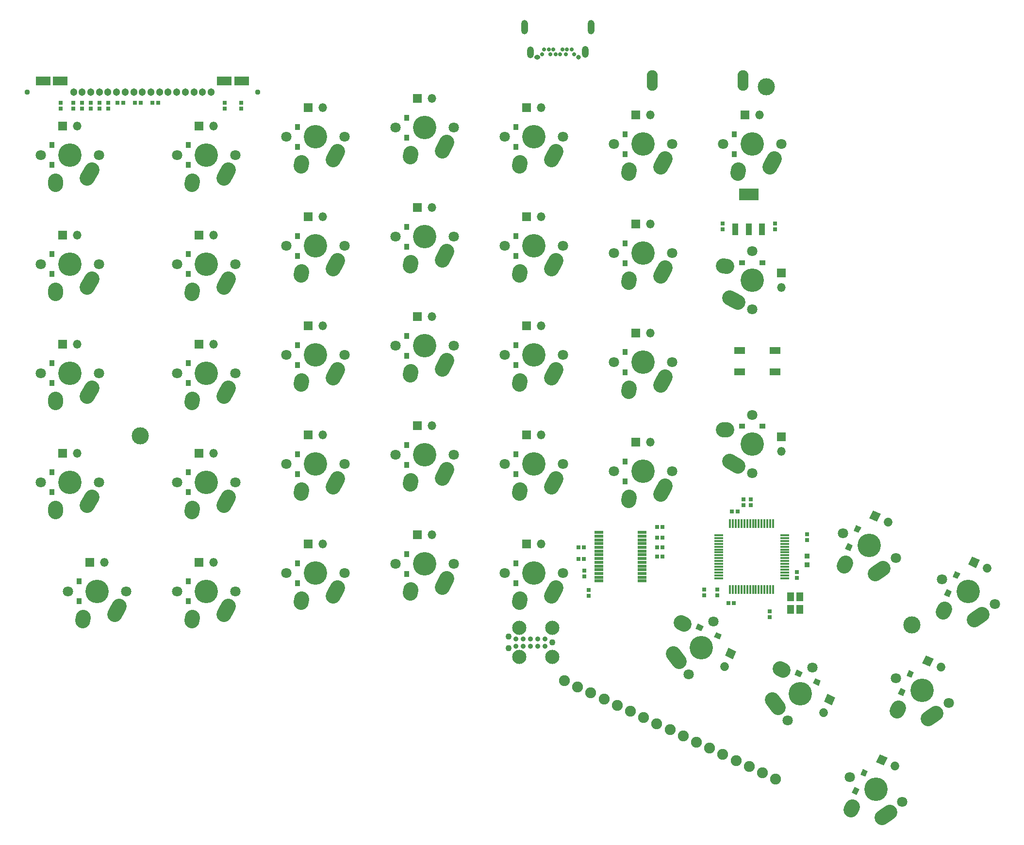
<source format=gbs>
G04 #@! TF.FileFunction,Soldermask,Bot*
%FSLAX46Y46*%
G04 Gerber Fmt 4.6, Leading zero omitted, Abs format (unit mm)*
G04 Created by KiCad (PCBNEW (2016-03-18 BZR 6629, Git 60d93d0)-product) date 7/17/2016 1:38:49 PM*
%MOMM*%
G01*
G04 APERTURE LIST*
%ADD10C,0.150000*%
%ADD11R,0.401600X1.601600*%
%ADD12R,1.601600X0.401600*%
%ADD13R,0.751600X0.701600*%
%ADD14R,0.701600X0.751600*%
%ADD15R,0.899160X0.899160*%
%ADD16R,1.301600X1.501600*%
%ADD17C,0.889000*%
%ADD18C,1.092210*%
%ADD19C,2.476510*%
%ADD20C,1.901600*%
%ADD21R,1.051600X2.001600*%
%ADD22R,3.351600X2.001600*%
%ADD23R,1.901600X1.201600*%
%ADD24R,1.531600X0.501600*%
%ADD25O,1.901600X3.601600*%
%ADD26C,3.000000*%
%ADD27R,2.501600X1.601600*%
%ADD28C,1.301600*%
%ADD29C,0.951610*%
%ADD30O,1.501600X1.501600*%
%ADD31R,1.501600X1.501600*%
%ADD32C,1.501600*%
%ADD33R,0.952500X1.102360*%
%ADD34R,1.102360X0.952500*%
%ADD35C,4.089410*%
%ADD36C,1.803410*%
%ADD37C,2.601600*%
%ADD38C,0.801600*%
%ADD39C,0.701600*%
%ADD40O,1.201600X2.051600*%
%ADD41O,1.201600X2.501600*%
%ADD42O,1.051600X0.801600*%
G04 APERTURE END LIST*
D10*
D11*
X141030000Y-114011000D03*
X141530000Y-114011000D03*
X142030000Y-114011000D03*
X142530000Y-114011000D03*
X143030000Y-114011000D03*
X143530000Y-114011000D03*
X144030000Y-114011000D03*
X144530000Y-114011000D03*
X145030000Y-114011000D03*
X145530000Y-114011000D03*
X146030000Y-114011000D03*
X146530000Y-114011000D03*
X147030000Y-114011000D03*
X147530000Y-114011000D03*
X148030000Y-114011000D03*
X148530000Y-114011000D03*
D12*
X150530000Y-116011000D03*
X150530000Y-116511000D03*
X150530000Y-117011000D03*
X150530000Y-117511000D03*
X150530000Y-118011000D03*
X150530000Y-118511000D03*
X150530000Y-119011000D03*
X150530000Y-119511000D03*
X150530000Y-120011000D03*
X150530000Y-120511000D03*
X150530000Y-121011000D03*
X150530000Y-121511000D03*
X150530000Y-122011000D03*
X150530000Y-122511000D03*
X150530000Y-123011000D03*
X150530000Y-123511000D03*
D11*
X148530000Y-125511000D03*
X148030000Y-125511000D03*
X147530000Y-125511000D03*
X147030000Y-125511000D03*
X146530000Y-125511000D03*
X146030000Y-125511000D03*
X145530000Y-125511000D03*
X145030000Y-125511000D03*
X144530000Y-125511000D03*
X144030000Y-125511000D03*
X143530000Y-125511000D03*
X143030000Y-125511000D03*
X142530000Y-125511000D03*
X142030000Y-125511000D03*
X141530000Y-125511000D03*
X141030000Y-125511000D03*
D12*
X139030000Y-123511000D03*
X139030000Y-123011000D03*
X139030000Y-122511000D03*
X139030000Y-122011000D03*
X139030000Y-121511000D03*
X139030000Y-121011000D03*
X139030000Y-120511000D03*
X139030000Y-120011000D03*
X139030000Y-119511000D03*
X139030000Y-119011000D03*
X139030000Y-118511000D03*
X139030000Y-118011000D03*
X139030000Y-117511000D03*
X139030000Y-117011000D03*
X139030000Y-116511000D03*
X139030000Y-116011000D03*
D13*
X26416000Y-41521000D03*
X26416000Y-40521000D03*
X27940000Y-41521000D03*
X27940000Y-40521000D03*
X55753000Y-40521000D03*
X55753000Y-41521000D03*
D14*
X129278000Y-116459000D03*
X128278000Y-116459000D03*
D13*
X138811000Y-125484000D03*
X138811000Y-126484000D03*
X52832000Y-40521000D03*
X52832000Y-41521000D03*
X154432000Y-116832000D03*
X154432000Y-115832000D03*
X136525000Y-125484000D03*
X136525000Y-126484000D03*
D14*
X114562000Y-120142000D03*
X115562000Y-120142000D03*
X114562000Y-118110000D03*
X115562000Y-118110000D03*
X40267000Y-40513000D03*
X41267000Y-40513000D03*
D13*
X115570000Y-123182000D03*
X115570000Y-122182000D03*
X29464000Y-41521000D03*
X29464000Y-40521000D03*
X116332000Y-125611000D03*
X116332000Y-126611000D03*
X30988000Y-41521000D03*
X30988000Y-40521000D03*
X32512000Y-41521000D03*
X32512000Y-40521000D03*
D14*
X35171000Y-40513000D03*
X34171000Y-40513000D03*
X38219000Y-40513000D03*
X37219000Y-40513000D03*
D13*
X147955000Y-129294000D03*
X147955000Y-130294000D03*
D14*
X129278000Y-118110000D03*
X128278000Y-118110000D03*
D13*
X152654000Y-122436000D03*
X152654000Y-123436000D03*
D14*
X140724000Y-127889000D03*
X141724000Y-127889000D03*
D13*
X148844000Y-62603000D03*
X148844000Y-61603000D03*
X144653000Y-109736000D03*
X144653000Y-110736000D03*
D14*
X129278000Y-114554000D03*
X128278000Y-114554000D03*
D13*
X139700000Y-62603000D03*
X139700000Y-61603000D03*
D14*
X141359000Y-111887000D03*
X142359000Y-111887000D03*
D13*
X143383000Y-109736000D03*
X143383000Y-110736000D03*
D15*
X154432000Y-121145300D03*
X154432000Y-119646700D03*
D16*
X151600000Y-128989000D03*
X153200000Y-128989000D03*
X153200000Y-126789000D03*
X151600000Y-126789000D03*
D17*
X106172000Y-134112000D03*
X106172000Y-135382000D03*
X104902000Y-134112000D03*
X104902000Y-135382000D03*
X103632000Y-135382000D03*
X103632000Y-134112000D03*
X107442000Y-134112000D03*
X107442000Y-135382000D03*
X108712000Y-134112000D03*
X108712000Y-135382000D03*
D18*
X109982000Y-134747000D03*
X102362000Y-133731000D03*
X102362000Y-135763000D03*
D19*
X109982000Y-132207000D03*
X104267000Y-132207000D03*
X109982000Y-137287000D03*
X104267000Y-137287000D03*
D20*
X148972174Y-158574603D03*
X146670152Y-157501153D03*
X144368131Y-156427702D03*
X142066109Y-155354252D03*
X139764087Y-154280802D03*
X137462065Y-153207351D03*
X135160044Y-152133901D03*
X132858022Y-151060450D03*
X130556000Y-149987000D03*
X128253978Y-148913550D03*
X125951956Y-147840099D03*
X123649935Y-146766649D03*
X121347913Y-145693198D03*
X119045891Y-144619748D03*
X116743869Y-143546298D03*
X114441848Y-142472847D03*
X112139826Y-141399397D03*
D21*
X144272000Y-62613000D03*
X141972000Y-62613000D03*
X146572000Y-62613000D03*
D22*
X144272000Y-56513000D03*
D14*
X128278000Y-119761000D03*
X129278000Y-119761000D03*
D13*
X24257000Y-40521000D03*
X24257000Y-41521000D03*
D23*
X142696000Y-87448000D03*
X142696000Y-83748000D03*
X148896000Y-87448000D03*
X148896000Y-83748000D03*
D24*
X125715000Y-115536000D03*
X125715000Y-116186000D03*
X125715000Y-116836000D03*
X125715000Y-117486000D03*
X125715000Y-118136000D03*
X125715000Y-118786000D03*
X125715000Y-119436000D03*
X125715000Y-120086000D03*
X125715000Y-120736000D03*
X125715000Y-121386000D03*
X125715000Y-122036000D03*
X125715000Y-122686000D03*
X125715000Y-123336000D03*
X125715000Y-123986000D03*
X118125000Y-123986000D03*
X118125000Y-123336000D03*
X118125000Y-122686000D03*
X118125000Y-122036000D03*
X118125000Y-121386000D03*
X118125000Y-120736000D03*
X118125000Y-120086000D03*
X118125000Y-119436000D03*
X118125000Y-118786000D03*
X118125000Y-118136000D03*
X118125000Y-117486000D03*
X118125000Y-116836000D03*
X118125000Y-116186000D03*
X118125000Y-115536000D03*
D25*
X127482000Y-36559000D03*
X143282000Y-36559000D03*
D26*
X147320000Y-37719000D03*
X38100000Y-98679000D03*
X172720000Y-131699000D03*
D27*
X21197000Y-36665000D03*
X24197000Y-36665000D03*
D28*
X26497000Y-38615000D03*
X27997000Y-38615000D03*
X29497000Y-38615000D03*
X30997000Y-38615000D03*
X32497000Y-38615000D03*
X33997000Y-38615000D03*
X35497000Y-38615000D03*
X36997000Y-38615000D03*
X38497000Y-38615000D03*
X39997000Y-38615000D03*
X41497000Y-38615000D03*
X42997000Y-38615000D03*
X44497000Y-38615000D03*
X45997000Y-38615000D03*
X47497000Y-38615000D03*
X48997000Y-38615000D03*
X50497000Y-38615000D03*
D27*
X52797000Y-36665000D03*
X55797000Y-36665000D03*
D29*
X58597000Y-38615000D03*
X18397000Y-38615000D03*
D30*
X50927500Y-63573700D03*
D31*
X48387500Y-63573700D03*
D32*
X169794011Y-156334725D02*
X169794011Y-156334725D01*
D10*
G36*
X166494231Y-155624429D02*
X167128835Y-154263517D01*
X168489747Y-154898121D01*
X167855143Y-156259033D01*
X166494231Y-155624429D01*
X166494231Y-155624429D01*
G37*
D30*
X50927500Y-101674000D03*
D31*
X48387500Y-101674000D03*
D30*
X69977000Y-60398700D03*
D31*
X67437000Y-60398700D03*
D30*
X69977000Y-98499000D03*
D31*
X67437000Y-98499000D03*
D30*
X89027000Y-58801000D03*
D31*
X86487000Y-58801000D03*
D30*
X89027000Y-96901000D03*
D31*
X86487000Y-96901000D03*
D30*
X108077000Y-60398700D03*
D31*
X105537000Y-60398700D03*
D30*
X27115000Y-101674000D03*
D31*
X24575000Y-101674000D03*
D30*
X27115000Y-63573700D03*
D31*
X24575000Y-63573700D03*
D32*
X177846011Y-139067725D02*
X177846011Y-139067725D01*
D10*
G36*
X174546231Y-138357429D02*
X175180835Y-136996517D01*
X176541747Y-137631121D01*
X175907143Y-138992033D01*
X174546231Y-138357429D01*
X174546231Y-138357429D01*
G37*
D30*
X127138000Y-80708100D03*
D31*
X124598000Y-80708100D03*
D30*
X108077000Y-98499000D03*
D31*
X105537000Y-98499000D03*
D30*
X108077000Y-79449000D03*
D31*
X105537000Y-79449000D03*
D32*
X157324275Y-147015011D02*
X157324275Y-147015011D01*
D10*
G36*
X158034571Y-143715231D02*
X159395483Y-144349835D01*
X158760879Y-145710747D01*
X157399967Y-145076143D01*
X158034571Y-143715231D01*
X158034571Y-143715231D01*
G37*
D30*
X69977000Y-41348700D03*
D31*
X67437000Y-41348700D03*
D30*
X89027000Y-77851000D03*
D31*
X86487000Y-77851000D03*
D32*
X140060275Y-138964011D02*
X140060275Y-138964011D01*
D10*
G36*
X140770571Y-135664231D02*
X142131483Y-136298835D01*
X141496879Y-137659747D01*
X140135967Y-137025143D01*
X140770571Y-135664231D01*
X140770571Y-135664231D01*
G37*
D30*
X127127000Y-42621200D03*
D31*
X124587000Y-42621200D03*
D30*
X69977000Y-79449000D03*
D31*
X67437000Y-79449000D03*
D30*
X108077000Y-117549000D03*
D31*
X105537000Y-117549000D03*
D30*
X108077000Y-41348700D03*
D31*
X105537000Y-41348700D03*
D30*
X50927500Y-82624000D03*
D31*
X48387500Y-82624000D03*
D30*
X89027000Y-115951000D03*
D31*
X86487000Y-115951000D03*
D30*
X89027000Y-39751000D03*
D31*
X86487000Y-39751000D03*
D30*
X27115000Y-82624000D03*
D31*
X24575000Y-82624000D03*
D30*
X69977000Y-117549000D03*
D31*
X67437000Y-117549000D03*
D30*
X146177000Y-42621200D03*
D31*
X143637000Y-42621200D03*
D32*
X185898011Y-121801725D02*
X185898011Y-121801725D01*
D10*
G36*
X182598231Y-121091429D02*
X183232835Y-119730517D01*
X184593747Y-120365121D01*
X183959143Y-121726033D01*
X182598231Y-121091429D01*
X182598231Y-121091429D01*
G37*
D30*
X50927000Y-120724000D03*
D31*
X48387000Y-120724000D03*
D30*
X50927500Y-44526200D03*
D31*
X48387500Y-44526200D03*
D32*
X168634011Y-113751725D02*
X168634011Y-113751725D01*
D10*
G36*
X165334231Y-113041429D02*
X165968835Y-111680517D01*
X167329747Y-112315121D01*
X166695143Y-113676033D01*
X165334231Y-113041429D01*
X165334231Y-113041429D01*
G37*
D30*
X31877000Y-120724000D03*
D31*
X29337000Y-120724000D03*
D30*
X27115000Y-44526200D03*
D31*
X24575000Y-44526200D03*
D30*
X149987000Y-101356000D03*
D31*
X149987000Y-98816000D03*
D30*
X149987000Y-72781200D03*
D31*
X149987000Y-70241200D03*
D30*
X127127000Y-99769000D03*
D31*
X124587000Y-99769000D03*
D30*
X127127000Y-61668700D03*
D31*
X124587000Y-61668700D03*
D10*
G36*
X180320991Y-122266794D02*
X181184249Y-122669338D01*
X180718371Y-123668416D01*
X179855113Y-123265872D01*
X180320991Y-122266794D01*
X180320991Y-122266794D01*
G37*
G36*
X178841776Y-125438980D02*
X179705034Y-125841524D01*
X179239156Y-126840602D01*
X178375898Y-126438058D01*
X178841776Y-125438980D01*
X178841776Y-125438980D01*
G37*
D33*
X22733500Y-85951400D03*
X22733500Y-89451520D03*
X46545500Y-85951400D03*
X46545500Y-89451520D03*
X65595500Y-82776400D03*
X65595500Y-86276520D03*
X84645500Y-81178400D03*
X84645500Y-84678520D03*
X103696000Y-82776400D03*
X103696000Y-86276520D03*
X122756000Y-84035500D03*
X122756000Y-87535620D03*
X22733500Y-66901100D03*
X22733500Y-70401220D03*
X46545500Y-66901100D03*
X46545500Y-70401220D03*
X65595500Y-63726100D03*
X65595500Y-67226220D03*
X103696000Y-63726100D03*
X103696000Y-67226220D03*
X122746000Y-64996100D03*
X122746000Y-68496220D03*
D34*
X146659600Y-68399700D03*
X143159480Y-68399700D03*
D33*
X22733500Y-47853600D03*
X22733500Y-51353720D03*
X46545500Y-47853600D03*
X46545500Y-51353720D03*
D10*
G36*
X163055991Y-114215794D02*
X163919249Y-114618338D01*
X163453371Y-115617416D01*
X162590113Y-115214872D01*
X163055991Y-114215794D01*
X163055991Y-114215794D01*
G37*
G36*
X161576776Y-117387980D02*
X162440034Y-117790524D01*
X161974156Y-118789602D01*
X161110898Y-118387058D01*
X161576776Y-117387980D01*
X161576776Y-117387980D01*
G37*
D33*
X122746000Y-45948600D03*
X122746000Y-49448720D03*
X103696000Y-44676100D03*
X103696000Y-48176220D03*
X84645500Y-43078400D03*
X84645500Y-46578520D03*
X65595500Y-44676100D03*
X65595500Y-48176220D03*
X84645500Y-62128400D03*
X84645500Y-65628520D03*
X27495500Y-124051400D03*
X27495500Y-127551520D03*
X46545500Y-124051400D03*
X46545500Y-127551520D03*
X65595500Y-120876400D03*
X65595500Y-124376520D03*
X84645500Y-119278400D03*
X84645500Y-122778520D03*
X103696000Y-120876400D03*
X103696000Y-124376520D03*
X141796000Y-45948600D03*
X141796000Y-49448720D03*
D10*
G36*
X156863206Y-141440991D02*
X156460662Y-142304249D01*
X155461584Y-141838371D01*
X155864128Y-140975113D01*
X156863206Y-141440991D01*
X156863206Y-141440991D01*
G37*
G36*
X153691020Y-139961776D02*
X153288476Y-140825034D01*
X152289398Y-140359156D01*
X152691942Y-139495898D01*
X153691020Y-139961776D01*
X153691020Y-139961776D01*
G37*
G36*
X164219991Y-156795794D02*
X165083249Y-157198338D01*
X164617371Y-158197416D01*
X163754113Y-157794872D01*
X164219991Y-156795794D01*
X164219991Y-156795794D01*
G37*
G36*
X162740776Y-159967980D02*
X163604034Y-160370524D01*
X163138156Y-161369602D01*
X162274898Y-160967058D01*
X162740776Y-159967980D01*
X162740776Y-159967980D01*
G37*
G36*
X172270991Y-139528794D02*
X173134249Y-139931338D01*
X172668371Y-140930416D01*
X171805113Y-140527872D01*
X172270991Y-139528794D01*
X172270991Y-139528794D01*
G37*
G36*
X170791776Y-142700980D02*
X171655034Y-143103524D01*
X171189156Y-144102602D01*
X170325898Y-143700058D01*
X170791776Y-142700980D01*
X170791776Y-142700980D01*
G37*
D33*
X22733500Y-105001400D03*
X22733500Y-108501520D03*
X46545500Y-105001400D03*
X46545500Y-108501520D03*
X65595500Y-101826400D03*
X65595500Y-105326520D03*
X84645500Y-100228400D03*
X84645500Y-103728520D03*
X103696000Y-101826400D03*
X103696000Y-105326520D03*
X122746000Y-103096400D03*
X122746000Y-106596520D03*
D34*
X146659600Y-96974500D03*
X143159480Y-96974500D03*
D10*
G36*
X139599206Y-133388991D02*
X139196662Y-134252249D01*
X138197584Y-133786371D01*
X138600128Y-132923113D01*
X139599206Y-133388991D01*
X139599206Y-133388991D01*
G37*
G36*
X136427020Y-131909776D02*
X136024476Y-132773034D01*
X135025398Y-132307156D01*
X135427942Y-131443898D01*
X136427020Y-131909776D01*
X136427020Y-131909776D01*
G37*
D35*
X165334000Y-117820000D03*
D36*
X169938044Y-119966901D03*
X160729956Y-115673099D03*
D37*
X166362059Y-122712853D02*
X167713973Y-121732431D01*
X160885611Y-121350101D02*
X161165915Y-120842331D01*
D35*
X125857000Y-47701200D03*
D36*
X130937000Y-47701200D03*
X120777000Y-47701200D03*
D37*
X128856547Y-51701154D02*
X129667453Y-50241246D01*
X123317276Y-52780528D02*
X123356724Y-52201872D01*
D35*
X68707000Y-65478700D03*
D36*
X73787000Y-65478700D03*
X63627000Y-65478700D03*
D37*
X71706547Y-69478654D02*
X72517453Y-68018746D01*
X66167276Y-70558028D02*
X66206724Y-69979372D01*
D35*
X153258000Y-143718000D03*
D36*
X151111099Y-148322044D03*
X155404901Y-139113956D03*
D37*
X148365147Y-144746059D02*
X149345569Y-146097973D01*
X149727899Y-139269611D02*
X150235669Y-139549915D01*
D35*
X106807000Y-122629000D03*
D36*
X111887000Y-122629000D03*
X101727000Y-122629000D03*
D37*
X109806547Y-126628954D02*
X110617453Y-125169046D01*
X104267276Y-127708328D02*
X104306724Y-127129672D01*
D35*
X87757000Y-121031000D03*
D36*
X92837000Y-121031000D03*
X82677000Y-121031000D03*
D37*
X90756547Y-125030954D02*
X91567453Y-123571046D01*
X85217276Y-126110328D02*
X85256724Y-125531672D01*
D35*
X49657000Y-125804000D03*
D36*
X54737000Y-125804000D03*
X44577000Y-125804000D03*
D37*
X52656547Y-129803954D02*
X53467453Y-128344046D01*
X47117276Y-130883328D02*
X47156724Y-130304672D01*
D35*
X125857000Y-104849000D03*
D36*
X130937000Y-104849000D03*
X120777000Y-104849000D03*
D37*
X128856547Y-108848954D02*
X129667453Y-107389046D01*
X123317276Y-109928328D02*
X123356724Y-109349672D01*
D35*
X106807000Y-103579000D03*
D36*
X111887000Y-103579000D03*
X101727000Y-103579000D03*
D37*
X109806547Y-107578954D02*
X110617453Y-106119046D01*
X104267276Y-108658328D02*
X104306724Y-108079672D01*
D35*
X87757000Y-101981000D03*
D36*
X92837000Y-101981000D03*
X82677000Y-101981000D03*
D37*
X90756547Y-105980954D02*
X91567453Y-104521046D01*
X85217276Y-107060328D02*
X85256724Y-106481672D01*
D35*
X68707000Y-103579000D03*
D36*
X73787000Y-103579000D03*
X63627000Y-103579000D03*
D37*
X71706547Y-107578954D02*
X72517453Y-106119046D01*
X66167276Y-108658328D02*
X66206724Y-108079672D01*
D35*
X49657000Y-106754000D03*
D36*
X54737000Y-106754000D03*
X44577000Y-106754000D03*
D37*
X52656547Y-110753954D02*
X53467453Y-109294046D01*
X47117276Y-111833328D02*
X47156724Y-111254672D01*
D35*
X125868000Y-85788100D03*
D36*
X130948000Y-85788100D03*
X120788000Y-85788100D03*
D37*
X128867547Y-89788054D02*
X129678453Y-88328146D01*
X123328276Y-90867428D02*
X123367724Y-90288772D01*
D35*
X106807000Y-84529000D03*
D36*
X111887000Y-84529000D03*
X101727000Y-84529000D03*
D37*
X109806547Y-88528954D02*
X110617453Y-87069046D01*
X104267276Y-89608328D02*
X104306724Y-89029672D01*
D35*
X87757000Y-82931000D03*
D36*
X92837000Y-82931000D03*
X82677000Y-82931000D03*
D37*
X90756547Y-86930954D02*
X91567453Y-85471046D01*
X85217276Y-88010328D02*
X85256724Y-87431672D01*
D35*
X68707000Y-84529000D03*
D36*
X73787000Y-84529000D03*
X63627000Y-84529000D03*
D37*
X71706547Y-88528954D02*
X72517453Y-87069046D01*
X66167276Y-89608328D02*
X66206724Y-89029672D01*
D35*
X49657000Y-87704000D03*
D36*
X54737000Y-87704000D03*
X44577000Y-87704000D03*
D37*
X52656547Y-91703954D02*
X53467453Y-90244046D01*
X47117276Y-92783328D02*
X47156724Y-92204672D01*
D35*
X106807000Y-65478700D03*
D36*
X111887000Y-65478700D03*
X101727000Y-65478700D03*
D37*
X109806547Y-69478654D02*
X110617453Y-68018746D01*
X104267276Y-70558028D02*
X104306724Y-69979372D01*
D35*
X87757000Y-63881000D03*
D36*
X92837000Y-63881000D03*
X82677000Y-63881000D03*
D37*
X90756547Y-67880954D02*
X91567453Y-66421046D01*
X85217276Y-68960328D02*
X85256724Y-68381672D01*
D35*
X49657000Y-68653700D03*
D36*
X54737000Y-68653700D03*
X44577000Y-68653700D03*
D37*
X52656547Y-72653654D02*
X53467453Y-71193746D01*
X47117276Y-73733028D02*
X47156724Y-73154372D01*
D35*
X68707000Y-122629000D03*
D36*
X73787000Y-122629000D03*
X63627000Y-122629000D03*
D37*
X71706547Y-126628954D02*
X72517453Y-125169046D01*
X66167276Y-127708328D02*
X66206724Y-127129672D01*
D35*
X106807000Y-46428700D03*
D36*
X111887000Y-46428700D03*
X101727000Y-46428700D03*
D37*
X109806547Y-50428654D02*
X110617453Y-48968746D01*
X104267276Y-51508028D02*
X104306724Y-50929372D01*
D35*
X87757000Y-44831000D03*
D36*
X92837000Y-44831000D03*
X82677000Y-44831000D03*
D37*
X90756547Y-48830954D02*
X91567453Y-47371046D01*
X85217276Y-49910328D02*
X85256724Y-49331672D01*
D35*
X68707000Y-46428700D03*
D36*
X73787000Y-46428700D03*
X63627000Y-46428700D03*
D37*
X71706547Y-50428654D02*
X72517453Y-48968746D01*
X66167276Y-51508028D02*
X66206724Y-50929372D01*
D35*
X49657000Y-49606200D03*
D36*
X54737000Y-49606200D03*
X44577000Y-49606200D03*
D37*
X52656547Y-53606154D02*
X53467453Y-52146246D01*
X47117276Y-54685528D02*
X47156724Y-54106872D01*
D35*
X182598000Y-125870000D03*
D36*
X187202044Y-128016901D03*
X177993956Y-123723099D03*
D37*
X183626059Y-130762853D02*
X184977973Y-129782431D01*
X178149611Y-129400101D02*
X178429915Y-128892331D01*
D35*
X166497000Y-160401000D03*
D36*
X171101044Y-162547901D03*
X161892956Y-158254099D03*
D37*
X167525059Y-165293853D02*
X168876973Y-164313431D01*
X162048611Y-163931101D02*
X162328915Y-163423331D01*
D35*
X174549000Y-143134000D03*
D36*
X179153044Y-145280901D03*
X169944956Y-140987099D03*
D37*
X175577059Y-148026853D02*
X176928973Y-147046431D01*
X170100611Y-146664101D02*
X170380915Y-146156331D01*
D35*
X125857000Y-66748700D03*
D36*
X130937000Y-66748700D03*
X120777000Y-66748700D03*
D37*
X128856547Y-70748654D02*
X129667453Y-69288746D01*
X123317276Y-71828028D02*
X123356724Y-71249372D01*
D35*
X30607000Y-125804000D03*
D36*
X35687000Y-125804000D03*
X25527000Y-125804000D03*
D37*
X33606547Y-129803954D02*
X34417453Y-128344046D01*
X28067276Y-130883328D02*
X28106724Y-130304672D01*
D35*
X144907000Y-100086000D03*
D36*
X144907000Y-105166000D03*
X144907000Y-95006000D03*
D37*
X140907046Y-103085547D02*
X142366954Y-103896453D01*
X139827672Y-97546276D02*
X140406328Y-97585724D01*
D35*
X144907000Y-47701200D03*
D36*
X149987000Y-47701200D03*
X139827000Y-47701200D03*
D37*
X147906547Y-51701154D02*
X148717453Y-50241246D01*
X142367276Y-52780528D02*
X142406724Y-52201872D01*
D35*
X144907000Y-71511200D03*
D36*
X144907000Y-76591200D03*
X144907000Y-66431200D03*
D37*
X140907046Y-74510747D02*
X142366954Y-75321653D01*
X139827672Y-68971476D02*
X140406328Y-69010924D01*
D35*
X25845000Y-106754000D03*
D36*
X30925000Y-106754000D03*
X20765000Y-106754000D03*
D37*
X28844547Y-110753954D02*
X29655453Y-109294046D01*
X23305276Y-111833328D02*
X23344724Y-111254672D01*
D35*
X25845000Y-49606200D03*
D36*
X30925000Y-49606200D03*
X20765000Y-49606200D03*
D37*
X28844547Y-53606154D02*
X29655453Y-52146246D01*
X23305276Y-54685528D02*
X23344724Y-54106872D01*
D35*
X25845000Y-68653700D03*
D36*
X30925000Y-68653700D03*
X20765000Y-68653700D03*
D37*
X28844547Y-72653654D02*
X29655453Y-71193746D01*
X23305276Y-73733028D02*
X23344724Y-73154372D01*
D35*
X25845000Y-87704000D03*
D36*
X30925000Y-87704000D03*
X20765000Y-87704000D03*
D37*
X28844547Y-91703954D02*
X29655453Y-90244046D01*
X23305276Y-92783328D02*
X23344724Y-92204672D01*
D35*
X135994000Y-135666000D03*
D36*
X133847099Y-140270044D03*
X138140901Y-131061956D03*
D37*
X131101147Y-136694059D02*
X132081569Y-138045973D01*
X132463899Y-131217611D02*
X132971669Y-131497915D01*
D38*
X114598000Y-32537400D03*
D39*
X108198000Y-31987400D03*
X108598000Y-31187400D03*
X109398000Y-31187400D03*
X109648000Y-31987400D03*
X110198000Y-31187400D03*
X110598000Y-31987400D03*
X111398000Y-31987400D03*
X111798000Y-31187400D03*
X112348000Y-31987400D03*
X112598000Y-31187400D03*
X113398000Y-31187400D03*
X113798000Y-31987400D03*
D40*
X115798000Y-31612400D03*
X106198000Y-31662400D03*
D41*
X116798000Y-27287400D03*
X105198000Y-27287400D03*
D42*
X107398000Y-32537400D03*
M02*

</source>
